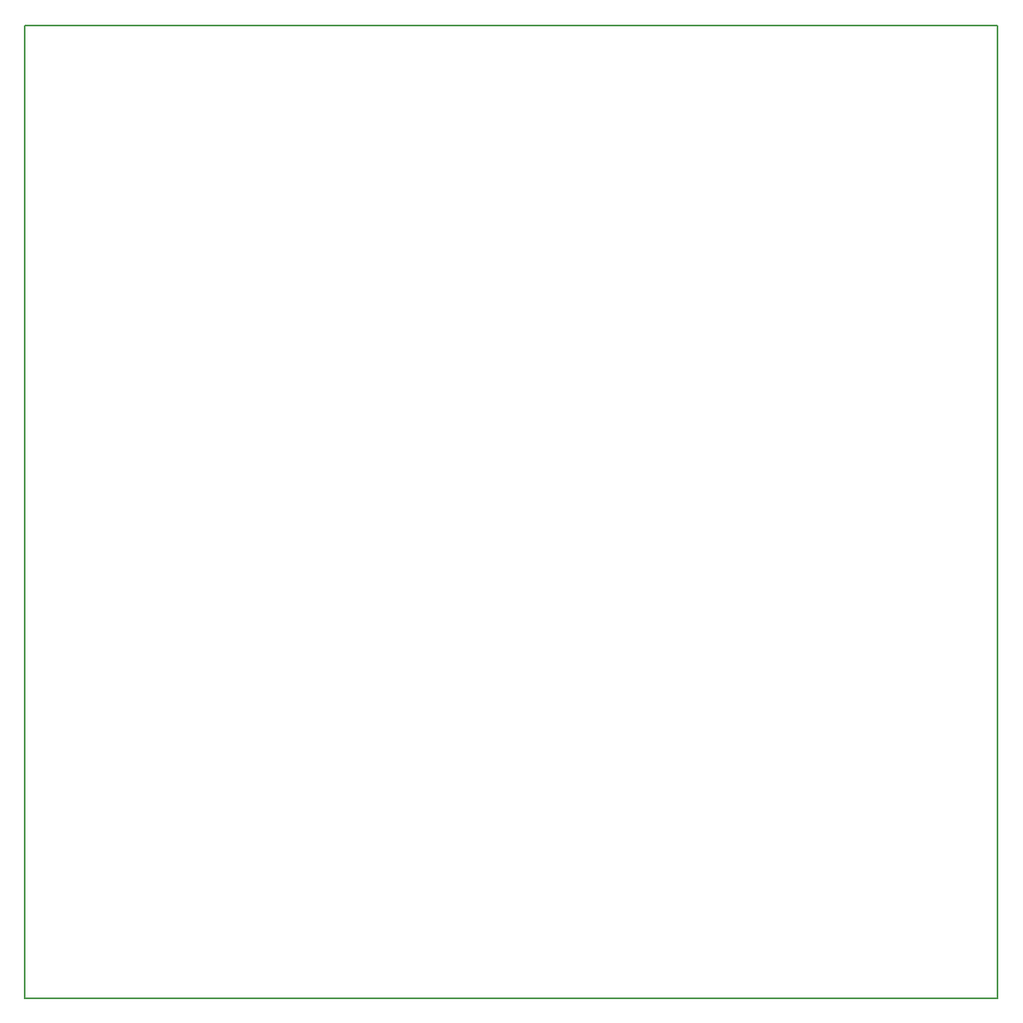
<source format=gbr>
%TF.GenerationSoftware,KiCad,Pcbnew,(6.0.7)*%
%TF.CreationDate,2022-10-25T22:42:20-05:00*%
%TF.ProjectId,embebidos,656d6265-6269-4646-9f73-2e6b69636164,rev?*%
%TF.SameCoordinates,Original*%
%TF.FileFunction,Paste,Bot*%
%TF.FilePolarity,Positive*%
%FSLAX46Y46*%
G04 Gerber Fmt 4.6, Leading zero omitted, Abs format (unit mm)*
G04 Created by KiCad (PCBNEW (6.0.7)) date 2022-10-25 22:42:20*
%MOMM*%
%LPD*%
G01*
G04 APERTURE LIST*
%TA.AperFunction,Profile*%
%ADD10C,0.150000*%
%TD*%
G04 APERTURE END LIST*
D10*
X53594000Y-41910000D02*
X153670000Y-41910000D01*
X153670000Y-41910000D02*
X153670000Y-141986000D01*
X153670000Y-141986000D02*
X53594000Y-141986000D01*
X53594000Y-141986000D02*
X53594000Y-41910000D01*
M02*

</source>
